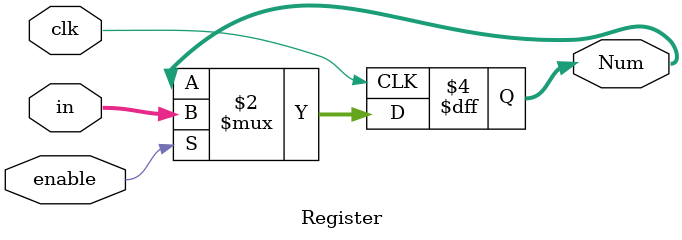
<source format=sv>
module Register (clk,enable,in,Num);
input logic clk,enable;
input logic [0:3] in;
output  logic [0:3] Num;
  // A represents the 1st digit in seconds given by the user.
  
  always_ff @ (posedge clk)
  if (enable) Num <= in;
    
endmodule

</source>
